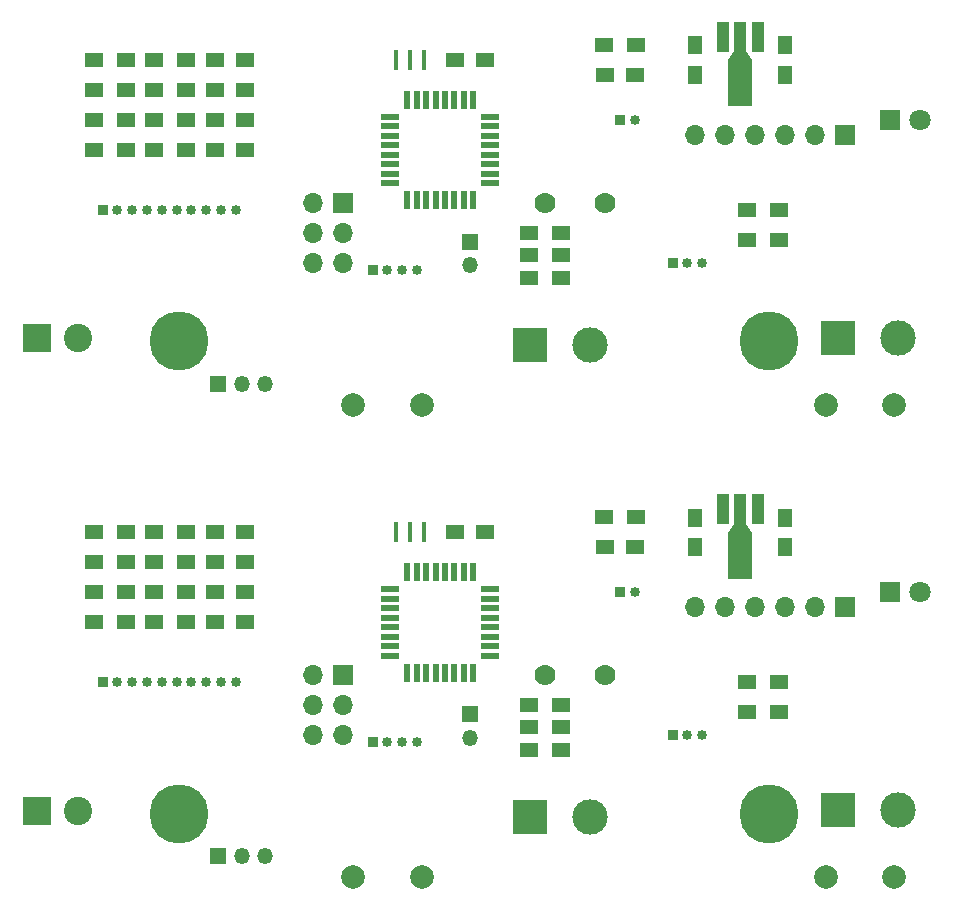
<source format=gts>
%MOIN*%
%OFA0B0*%
%FSLAX46Y46*%
%IPPOS*%
%LPD*%
%ADD10C,0.0039370078740157488*%
%ADD11R,0.033464566929133861X0.033464566929133861*%
%ADD12C,0.033464566929133861*%
%ADD13C,0.07874015748031496*%
%ADD14C,0.19685039370078741*%
%ADD15R,0.053149606299212608X0.053149606299212608*%
%ADD16O,0.053149606299212608X0.053149606299212608*%
%ADD17R,0.066929133858267723X0.066929133858267723*%
%ADD18O,0.066929133858267723X0.066929133858267723*%
%ADD19R,0.11811023622047245X0.11811023622047245*%
%ADD20C,0.11811023622047245*%
%ADD21R,0.094488188976377951X0.094488188976377951*%
%ADD22C,0.094488188976377951*%
%ADD23R,0.049212598425196853X0.059055118110236227*%
%ADD24R,0.059055118110236227X0.049212598425196853*%
%ADD25R,0.059055118110236227X0.051181102362204731*%
%ADD26R,0.015748031496062995X0.070866141732283464*%
%ADD27R,0.070866141732283464X0.070866141732283464*%
%ADD28C,0.070866141732283464*%
%ADD29C,0.07*%
%ADD30R,0.03937007874015748X0.0984251968503937*%
%ADD31R,0.07874015748031496X0.15748031496062992*%
%ADD32R,0.021653543307086617X0.062992125984251982*%
%ADD33R,0.062992125984251982X0.021653543307086617*%
%ADD44C,0.0039370078740157488*%
%ADD45R,0.033464566929133861X0.033464566929133861*%
%ADD46C,0.033464566929133861*%
%ADD47C,0.07874015748031496*%
%ADD48C,0.19685039370078741*%
%ADD49R,0.053149606299212608X0.053149606299212608*%
%ADD50O,0.053149606299212608X0.053149606299212608*%
%ADD51R,0.066929133858267723X0.066929133858267723*%
%ADD52O,0.066929133858267723X0.066929133858267723*%
%ADD53R,0.11811023622047245X0.11811023622047245*%
%ADD54C,0.11811023622047245*%
%ADD55R,0.094488188976377951X0.094488188976377951*%
%ADD56C,0.094488188976377951*%
%ADD57R,0.049212598425196853X0.059055118110236227*%
%ADD58R,0.059055118110236227X0.049212598425196853*%
%ADD59R,0.059055118110236227X0.051181102362204731*%
%ADD60R,0.015748031496062995X0.070866141732283464*%
%ADD61R,0.070866141732283464X0.070866141732283464*%
%ADD62C,0.070866141732283464*%
%ADD63C,0.07*%
%ADD64R,0.03937007874015748X0.0984251968503937*%
%ADD65R,0.07874015748031496X0.15748031496062992*%
%ADD66R,0.021653543307086617X0.062992125984251982*%
%ADD67R,0.062992125984251982X0.021653543307086617*%
%LPD*%
G01*
D10*
D11*
X-0005157401Y0004896259D02*
X0000337598Y0000821259D03*
D12*
X0000386810Y0000821259D03*
X0000436023Y0000821259D03*
X0000485236Y0000821259D03*
X0000534448Y0000821259D03*
X0000583661Y0000821259D03*
X0000632873Y0000821259D03*
X0000682086Y0000821259D03*
X0000731299Y0000821259D03*
X0000780511Y0000821259D03*
D13*
X0001401771Y0000171259D03*
X0001173425Y0000171259D03*
X0002748425Y0000171259D03*
X0002976771Y0000171259D03*
D11*
X0002062598Y0001121259D03*
D12*
X0002111810Y0001121259D03*
D14*
X0000590551Y0000383700D03*
D15*
X0000722598Y0000241259D03*
D16*
X0000801338Y0000241259D03*
X0000880078Y0000241259D03*
D17*
X0001137598Y0000846259D03*
D18*
X0001037598Y0000846259D03*
X0001137598Y0000746259D03*
X0001037598Y0000746259D03*
X0001137598Y0000646259D03*
X0001037598Y0000646259D03*
D19*
X0001762598Y0000371259D03*
D20*
X0001962598Y0000371259D03*
D14*
X0002559055Y0000383700D03*
D21*
X0000118110Y0000393700D03*
D22*
X0000255905Y0000393700D03*
D15*
X0001562598Y0000716259D03*
D16*
X0001562598Y0000637519D03*
D19*
X0002787598Y0000396259D03*
D20*
X0002987598Y0000396259D03*
D23*
X0002612598Y0001370472D03*
X0002612598Y0001272047D03*
X0002312598Y0001370472D03*
X0002312598Y0001272047D03*
D24*
X0001513385Y0001321259D03*
X0001611810Y0001321259D03*
X0000713385Y0001321259D03*
X0000811810Y0001321259D03*
X0000713385Y0001221259D03*
X0000811810Y0001221259D03*
X0000713385Y0001021259D03*
X0000811810Y0001021259D03*
X0002111810Y0001271259D03*
X0002013385Y0001271259D03*
X0000713385Y0001121259D03*
X0000811810Y0001121259D03*
D25*
X0000509448Y0001321259D03*
X0000615747Y0001321259D03*
X0000309448Y0001321259D03*
X0000415747Y0001321259D03*
X0000509448Y0001221259D03*
X0000615747Y0001221259D03*
X0000309448Y0001221259D03*
X0000415747Y0001221259D03*
X0001759448Y0000746259D03*
X0001865747Y0000746259D03*
X0000509448Y0001021259D03*
X0000615747Y0001021259D03*
X0000309448Y0001021259D03*
X0000415747Y0001021259D03*
X0001759448Y0000671259D03*
X0001865747Y0000671259D03*
X0002009448Y0001371259D03*
X0002115747Y0001371259D03*
X0000309448Y0001121259D03*
X0000415747Y0001121259D03*
X0000509448Y0001121259D03*
X0000615747Y0001121259D03*
X0002590747Y0000821259D03*
X0002484448Y0000821259D03*
X0002590747Y0000721259D03*
X0002484448Y0000721259D03*
D26*
X0001315354Y0001321259D03*
X0001362598Y0001321259D03*
X0001409842Y0001321259D03*
D27*
X0002962598Y0001121259D03*
D28*
X0003062598Y0001121259D03*
D29*
X0002012598Y0000846259D03*
X0001812598Y0000846259D03*
D25*
X0001759448Y0000596259D03*
X0001865747Y0000596259D03*
D11*
X0001237598Y0000621259D03*
D12*
X0001286810Y0000621259D03*
X0001336023Y0000621259D03*
X0001385236Y0000621259D03*
D17*
X0002812598Y0001071259D03*
D18*
X0002712598Y0001071259D03*
X0002612598Y0001071259D03*
X0002512598Y0001071259D03*
X0002412598Y0001071259D03*
X0002312598Y0001071259D03*
D11*
X0002237598Y0000646259D03*
D12*
X0002286810Y0000646259D03*
X0002336023Y0000646259D03*
D30*
X0002521653Y0001399212D03*
X0002462598Y0001399212D03*
X0002403543Y0001399212D03*
D31*
X0002462598Y0001243306D03*
D10*
G36*
X0002423228Y0001321062D02*
X0002442913Y0001350590D01*
X0002482283Y0001350590D01*
X0002501968Y0001321062D01*
X0002423228Y0001321062D01*
X0002423228Y0001321062D01*
G37*
D32*
X0001572834Y0001188582D03*
X0001541338Y0001188582D03*
X0001509842Y0001188582D03*
X0001478346Y0001188582D03*
X0001446850Y0001188582D03*
X0001415354Y0001188582D03*
X0001383858Y0001188582D03*
X0001352362Y0001188582D03*
D33*
X0001295275Y0001131495D03*
X0001295275Y0001099999D03*
X0001295275Y0001068503D03*
X0001295275Y0001037007D03*
X0001295275Y0001005511D03*
X0001295275Y0000974015D03*
X0001295275Y0000942519D03*
X0001295275Y0000911023D03*
D32*
X0001352362Y0000853936D03*
X0001383858Y0000853936D03*
X0001415354Y0000853936D03*
X0001446850Y0000853936D03*
X0001478346Y0000853936D03*
X0001509842Y0000853936D03*
X0001541338Y0000853936D03*
X0001572834Y0000853936D03*
D33*
X0001629921Y0000911023D03*
X0001629921Y0000942519D03*
X0001629921Y0000974015D03*
X0001629921Y0001005511D03*
X0001629921Y0001037007D03*
X0001629921Y0001068503D03*
X0001629921Y0001099999D03*
X0001629921Y0001131495D03*
G04 next file*
%LPD*%
G04 #@! TF.FileFunction,Soldermask,Top*
G04 Gerber Fmt 4.6, Leading zero omitted, Abs format (unit mm)*
G04 Created by KiCad (PCBNEW 4.0.7) date 08/24/19 10:44:38*
G01*
G04 APERTURE LIST*
G04 APERTURE END LIST*
D44*
D45*
X-0005157401Y0006471063D02*
X0000337598Y0002396063D03*
D46*
X0000386810Y0002396063D03*
X0000436023Y0002396063D03*
X0000485236Y0002396063D03*
X0000534448Y0002396063D03*
X0000583661Y0002396063D03*
X0000632873Y0002396063D03*
X0000682086Y0002396063D03*
X0000731299Y0002396063D03*
X0000780511Y0002396063D03*
D47*
X0001401771Y0001746063D03*
X0001173425Y0001746063D03*
X0002748425Y0001746063D03*
X0002976771Y0001746063D03*
D45*
X0002062598Y0002696063D03*
D46*
X0002111810Y0002696063D03*
D48*
X0000590551Y0001958504D03*
D49*
X0000722598Y0001816063D03*
D50*
X0000801338Y0001816063D03*
X0000880078Y0001816063D03*
D51*
X0001137598Y0002421063D03*
D52*
X0001037598Y0002421063D03*
X0001137598Y0002321063D03*
X0001037598Y0002321063D03*
X0001137598Y0002221063D03*
X0001037598Y0002221063D03*
D53*
X0001762598Y0001946063D03*
D54*
X0001962598Y0001946063D03*
D48*
X0002559055Y0001958504D03*
D55*
X0000118110Y0001968504D03*
D56*
X0000255905Y0001968504D03*
D49*
X0001562598Y0002291063D03*
D50*
X0001562598Y0002212323D03*
D53*
X0002787598Y0001971063D03*
D54*
X0002987598Y0001971063D03*
D57*
X0002612598Y0002945275D03*
X0002612598Y0002846850D03*
X0002312598Y0002945275D03*
X0002312598Y0002846850D03*
D58*
X0001513385Y0002896063D03*
X0001611810Y0002896063D03*
X0000713385Y0002896063D03*
X0000811810Y0002896063D03*
X0000713385Y0002796063D03*
X0000811810Y0002796063D03*
X0000713385Y0002596063D03*
X0000811810Y0002596063D03*
X0002111810Y0002846063D03*
X0002013385Y0002846063D03*
X0000713385Y0002696063D03*
X0000811810Y0002696063D03*
D59*
X0000509448Y0002896063D03*
X0000615747Y0002896063D03*
X0000309448Y0002896063D03*
X0000415747Y0002896063D03*
X0000509448Y0002796063D03*
X0000615747Y0002796063D03*
X0000309448Y0002796063D03*
X0000415747Y0002796063D03*
X0001759448Y0002321063D03*
X0001865747Y0002321063D03*
X0000509448Y0002596063D03*
X0000615747Y0002596063D03*
X0000309448Y0002596063D03*
X0000415747Y0002596063D03*
X0001759448Y0002246063D03*
X0001865747Y0002246063D03*
X0002009448Y0002946063D03*
X0002115747Y0002946063D03*
X0000309448Y0002696063D03*
X0000415747Y0002696063D03*
X0000509448Y0002696063D03*
X0000615747Y0002696063D03*
X0002590747Y0002396063D03*
X0002484448Y0002396063D03*
X0002590747Y0002296063D03*
X0002484448Y0002296063D03*
D60*
X0001315354Y0002896063D03*
X0001362598Y0002896063D03*
X0001409842Y0002896063D03*
D61*
X0002962598Y0002696063D03*
D62*
X0003062598Y0002696063D03*
D63*
X0002012598Y0002421063D03*
X0001812598Y0002421063D03*
D59*
X0001759448Y0002171063D03*
X0001865747Y0002171063D03*
D45*
X0001237598Y0002196063D03*
D46*
X0001286810Y0002196063D03*
X0001336023Y0002196063D03*
X0001385236Y0002196063D03*
D51*
X0002812598Y0002646063D03*
D52*
X0002712598Y0002646063D03*
X0002612598Y0002646063D03*
X0002512598Y0002646063D03*
X0002412598Y0002646063D03*
X0002312598Y0002646063D03*
D45*
X0002237598Y0002221063D03*
D46*
X0002286810Y0002221063D03*
X0002336023Y0002221063D03*
D64*
X0002521653Y0002974015D03*
X0002462598Y0002974015D03*
X0002403543Y0002974015D03*
D65*
X0002462598Y0002818110D03*
D44*
G36*
X0002423228Y0002895866D02*
X0002442913Y0002925393D01*
X0002482283Y0002925393D01*
X0002501968Y0002895866D01*
X0002423228Y0002895866D01*
X0002423228Y0002895866D01*
G37*
D66*
X0001572834Y0002763386D03*
X0001541338Y0002763386D03*
X0001509842Y0002763386D03*
X0001478346Y0002763386D03*
X0001446850Y0002763386D03*
X0001415354Y0002763386D03*
X0001383858Y0002763386D03*
X0001352362Y0002763386D03*
D67*
X0001295275Y0002706299D03*
X0001295275Y0002674803D03*
X0001295275Y0002643307D03*
X0001295275Y0002611811D03*
X0001295275Y0002580315D03*
X0001295275Y0002548819D03*
X0001295275Y0002517323D03*
X0001295275Y0002485826D03*
D66*
X0001352362Y0002428740D03*
X0001383858Y0002428740D03*
X0001415354Y0002428740D03*
X0001446850Y0002428740D03*
X0001478346Y0002428740D03*
X0001509842Y0002428740D03*
X0001541338Y0002428740D03*
X0001572834Y0002428740D03*
D67*
X0001629921Y0002485826D03*
X0001629921Y0002517323D03*
X0001629921Y0002548819D03*
X0001629921Y0002580315D03*
X0001629921Y0002611811D03*
X0001629921Y0002643307D03*
X0001629921Y0002674803D03*
X0001629921Y0002706299D03*
M02*
</source>
